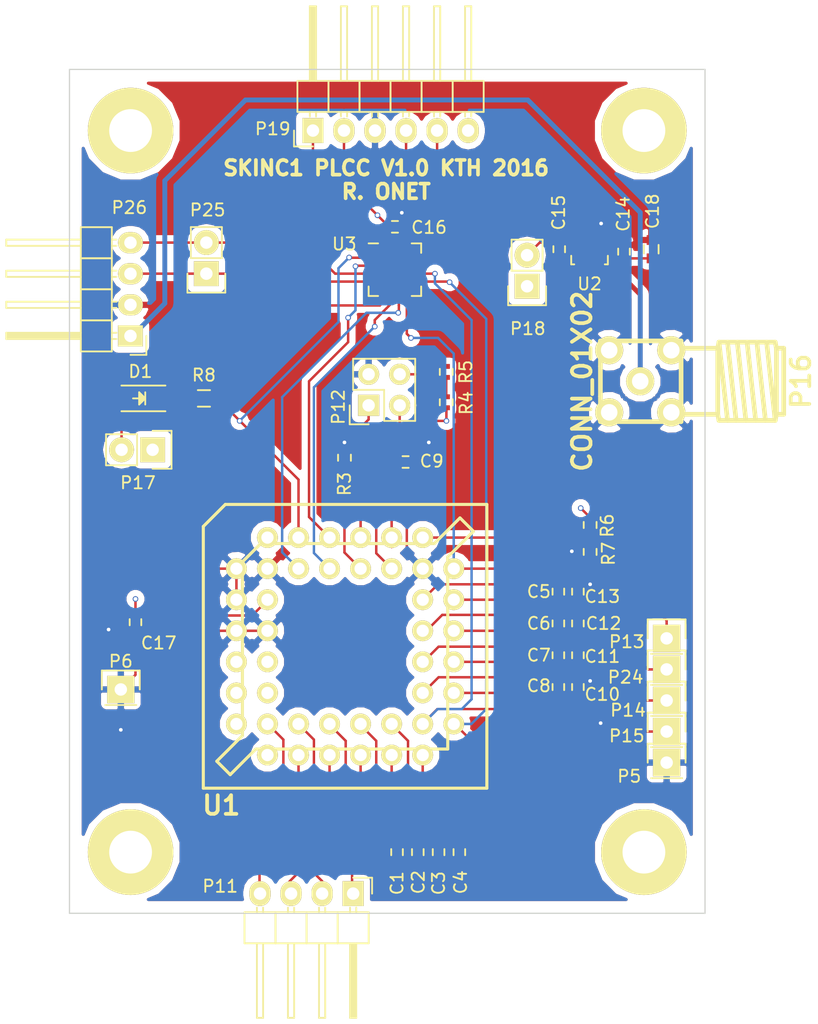
<source format=kicad_pcb>
(kicad_pcb (version 20160815) (host pcbnew no-vcs-found-undefined)
  (layers (0 F.Cu signal) (1 In1.Cu signal) (2 In2.Cu signal) (31 B.Cu signal) (35 F.Paste user) (37 F.SilkS user) (39 F.Mask user) (44 Edge.Cuts user))
  (net 0 "")
  (net 1 GND)
  (net 2 "Net-(C5-Pad2)")
  (net 3 "Net-(C6-Pad2)")
  (net 4 "Net-(C8-Pad2)")
  (net 5 +1V8)
  (net 6 "Net-(C10-Pad1)")
  (net 7 "Net-(C11-Pad1)")
  (net 8 "Net-(C12-Pad1)")
  (net 9 "Net-(C13-Pad1)")
  (net 10 "Net-(C15-Pad1)")
  (net 11 "Net-(D1-Pad2)")
  (net 12 "Net-(D1-Pad1)")
  (net 13 "Net-(P11-Pad1)")
  (net 14 "Net-(P11-Pad2)")
  (net 15 "Net-(P11-Pad3)")
  (net 16 "Net-(P11-Pad4)")
  (net 17 "Net-(P12-Pad1)")
  (net 18 "Net-(P12-Pad3)")
  (net 19 "Net-(P12-Pad4)")
  (net 20 /VREF_SE)
  (net 21 /VOUTP)
  (net 22 /VOUTN)
  (net 23 /MCLR)
  (net 24 /PGD)
  (net 25 /PGC)
  (net 26 "Net-(R3-Pad2)")
  (net 27 "Net-(R4-Pad2)")
  (net 28 /CFG_DAT)
  (net 29 /CFG_CLK)
  (net 30 /CLK_REF)
  (net 31 /VOUT_SE)
  (net 32 "Net-(C1-Pad2)")
  (net 33 "Net-(C1-Pad1)")
  (net 34 "Net-(C2-Pad1)")
  (net 35 "Net-(C3-Pad2)")
  (net 36 "Net-(C3-Pad1)")
  (net 37 "Net-(C4-Pad1)")
  (net 38 "Net-(C7-Pad2)")
  (net 39 /RESET_SKIN)
  (net 40 /3V)
  (net 41 /RX_DATA)
  (net 42 /TX_DATA)
  (module w_pth_plcc:plcc44_pth-skt (layer F.Cu) (at 123.55 97.17 180)
    (fp_text reference U1 (at 10.128 -13.01 180) (layer F.SilkS) (effects (font (thickness 0.3048))))
    (fp_text value SKINC2016_PLCC hide)
    (pad 44 thru_hole circle (at -1.27 8.89 180) (size 1.69926 1.69926) (drill 1.00076) (layers *.Cu *.Mask F.SilkS) (net 17 "Net-(P12-Pad1)"))
    (pad 43 thru_hole circle (at -3.81 6.35 180) (size 1.69926 1.69926) (drill 1.00076) (layers *.Cu *.Mask F.SilkS) (net 18 "Net-(P12-Pad3)"))
    (pad 42 thru_hole circle (at -3.81 8.89 180) (size 1.69926 1.69926) (drill 1.00076) (layers *.Cu *.Mask F.SilkS) (net 5 +1V8))
    (pad 41 thru_hole circle (at -6.35 6.35 180) (size 1.69926 1.69926) (drill 1.00076) (layers *.Cu *.Mask F.SilkS) (net 1 GND))
    (pad 40 thru_hole circle (at -6.35 8.89 180) (size 1.69926 1.69926) (drill 1.00076) (layers *.Cu *.Mask F.SilkS) (net 20 /VREF_SE))
    (pad 39 thru_hole circle (at -8.89 6.35 180) (size 1.69926 1.69926) (drill 1.00076) (layers *.Cu *.Mask F.SilkS) (net 31 /VOUT_SE))
    (pad 38 thru_hole circle (at -6.35 3.81 180) (size 1.69926 1.69926) (drill 1.00076) (layers *.Cu *.Mask F.SilkS) (net 2 "Net-(C5-Pad2)"))
    (pad 37 thru_hole circle (at -8.89 3.81 180) (size 1.69926 1.69926) (drill 1.00076) (layers *.Cu *.Mask F.SilkS) (net 9 "Net-(C13-Pad1)"))
    (pad 36 thru_hole circle (at -6.35 1.27 180) (size 1.69926 1.69926) (drill 1.00076) (layers *.Cu *.Mask F.SilkS) (net 3 "Net-(C6-Pad2)"))
    (pad 35 thru_hole circle (at -8.89 1.27 180) (size 1.69926 1.69926) (drill 1.00076) (layers *.Cu *.Mask F.SilkS) (net 8 "Net-(C12-Pad1)"))
    (pad 34 thru_hole circle (at -6.35 -1.27 180) (size 1.69926 1.69926) (drill 1.00076) (layers *.Cu *.Mask F.SilkS) (net 38 "Net-(C7-Pad2)"))
    (pad 33 thru_hole circle (at -8.89 -1.27 180) (size 1.69926 1.69926) (drill 1.00076) (layers *.Cu *.Mask F.SilkS) (net 7 "Net-(C11-Pad1)"))
    (pad 31 thru_hole circle (at -8.89 -3.81 180) (size 1.69926 1.69926) (drill 1.00076) (layers *.Cu *.Mask F.SilkS) (net 6 "Net-(C10-Pad1)"))
    (pad 30 thru_hole circle (at -6.35 -6.35 180) (size 1.69926 1.69926) (drill 1.00076) (layers *.Cu *.Mask F.SilkS) (net 21 /VOUTP))
    (pad 29 thru_hole circle (at -8.89 -6.35 180) (size 1.69926 1.69926) (drill 1.00076) (layers *.Cu *.Mask F.SilkS) (net 22 /VOUTN))
    (pad 28 thru_hole circle (at -6.35 -8.89 180) (size 1.69926 1.69926) (drill 1.00076) (layers *.Cu *.Mask F.SilkS) (net 37 "Net-(C4-Pad1)"))
    (pad 32 thru_hole circle (at -6.35 -3.81 180) (size 1.69926 1.69926) (drill 1.00076) (layers *.Cu *.Mask F.SilkS) (net 4 "Net-(C8-Pad2)"))
    (pad 27 thru_hole circle (at -3.81 -6.35 180) (size 1.69926 1.69926) (drill 1.00076) (layers *.Cu *.Mask F.SilkS) (net 36 "Net-(C3-Pad1)"))
    (pad 26 thru_hole circle (at -3.81 -8.89 180) (size 1.69926 1.69926) (drill 1.00076) (layers *.Cu *.Mask F.SilkS) (net 35 "Net-(C3-Pad2)"))
    (pad 25 thru_hole circle (at -1.27 -6.35 180) (size 1.69926 1.69926) (drill 1.00076) (layers *.Cu *.Mask F.SilkS) (net 34 "Net-(C2-Pad1)"))
    (pad 24 thru_hole circle (at -1.27 -8.89 180) (size 1.69926 1.69926) (drill 1.00076) (layers *.Cu *.Mask F.SilkS) (net 33 "Net-(C1-Pad1)"))
    (pad 23 thru_hole circle (at 1.27 -6.35 180) (size 1.69926 1.69926) (drill 1.00076) (layers *.Cu *.Mask F.SilkS) (net 32 "Net-(C1-Pad2)"))
    (pad 22 thru_hole circle (at 1.27 -8.89 180) (size 1.69926 1.69926) (drill 1.00076) (layers *.Cu *.Mask F.SilkS) (net 13 "Net-(P11-Pad1)"))
    (pad 21 thru_hole circle (at 3.81 -6.35 180) (size 1.69926 1.69926) (drill 1.00076) (layers *.Cu *.Mask F.SilkS) (net 14 "Net-(P11-Pad2)"))
    (pad 20 thru_hole circle (at 3.81 -8.89 180) (size 1.69926 1.69926) (drill 1.00076) (layers *.Cu *.Mask F.SilkS) (net 15 "Net-(P11-Pad3)"))
    (pad 19 thru_hole circle (at 6.35 -6.35 180) (size 1.69926 1.69926) (drill 1.00076) (layers *.Cu *.Mask F.SilkS) (net 16 "Net-(P11-Pad4)"))
    (pad 18 thru_hole circle (at 6.35 -8.89 180) (size 1.69926 1.69926) (drill 1.00076) (layers *.Cu *.Mask F.SilkS))
    (pad 17 thru_hole circle (at 8.89 -6.35 180) (size 1.69926 1.69926) (drill 1.00076) (layers *.Cu *.Mask F.SilkS))
    (pad 16 thru_hole circle (at 6.35 -3.81 180) (size 1.69926 1.69926) (drill 1.00076) (layers *.Cu *.Mask F.SilkS))
    (pad 15 thru_hole circle (at 8.89 -3.81 180) (size 1.69926 1.69926) (drill 1.00076) (layers *.Cu *.Mask F.SilkS))
    (pad 14 thru_hole circle (at 6.35 -1.27 180) (size 1.69926 1.69926) (drill 1.00076) (layers *.Cu *.Mask F.SilkS))
    (pad 13 thru_hole circle (at 8.89 -1.27 180) (size 1.69926 1.69926) (drill 1.00076) (layers *.Cu *.Mask F.SilkS))
    (pad 12 thru_hole circle (at 6.35 1.27 180) (size 1.69926 1.69926) (drill 1.00076) (layers *.Cu *.Mask F.SilkS) (net 1 GND))
    (pad 11 thru_hole circle (at 8.89 1.27 180) (size 1.69926 1.69926) (drill 1.00076) (layers *.Cu *.Mask F.SilkS) (net 1 GND))
    (pad 10 thru_hole circle (at 6.35 3.81 180) (size 1.69926 1.69926) (drill 1.00076) (layers *.Cu *.Mask F.SilkS) (net 5 +1V8))
    (pad 9 thru_hole circle (at 8.89 3.81 180) (size 1.69926 1.69926) (drill 1.00076) (layers *.Cu *.Mask F.SilkS) (net 1 GND))
    (pad 8 thru_hole circle (at 6.35 6.35 180) (size 1.69926 1.69926) (drill 1.00076) (layers *.Cu *.Mask F.SilkS) (net 1 GND))
    (pad 7 thru_hole circle (at 8.89 6.35 180) (size 1.69926 1.69926) (drill 1.00076) (layers *.Cu *.Mask F.SilkS) (net 1 GND))
    (pad 6 thru_hole circle (at 6.35 8.89 180) (size 1.69926 1.69926) (drill 1.00076) (layers *.Cu *.Mask F.SilkS) (net 5 +1V8))
    (pad 5 thru_hole circle (at 3.81 6.35 180) (size 1.69926 1.69926) (drill 1.00076) (layers *.Cu *.Mask F.SilkS) (net 28 /CFG_DAT))
    (pad 4 thru_hole circle (at 3.81 8.89 180) (size 1.69926 1.69926) (drill 1.00076) (layers *.Cu *.Mask F.SilkS) (net 39 /RESET_SKIN))
    (pad 3 thru_hole circle (at 1.27 6.35 180) (size 1.69926 1.69926) (drill 1.00076) (layers *.Cu *.Mask F.SilkS) (net 29 /CFG_CLK))
    (pad 1 thru_hole circle (at -1.27 6.35 180) (size 1.69926 1.69926) (drill 1.00076) (layers *.Cu *.Mask F.SilkS) (net 26 "Net-(R3-Pad2)"))
    (pad 2 thru_hole circle (at 1.27 8.89 180) (size 1.69926 1.69926) (drill 1.00076) (layers *.Cu *.Mask F.SilkS) (net 30 /CLK_REF))
  )
  (module Capacitors_SMD:C_0402 (layer F.Cu) (at 127.63 62.87)
    (fp_text reference C16 (at 2.79 0.05) (layer F.SilkS))
    (fp_text value 0.1U)
    (pad 2 smd rect (at 0.55 0) (size 0.6 0.5) (layers F.Cu F.Paste F.Mask) (net 1 GND))
    (pad 1 smd rect (at -0.55 0) (size 0.6 0.5) (layers F.Cu F.Paste F.Mask) (net 5 +1V8))
  )
  (module Capacitors_SMD:C_0402 (layer F.Cu) (at 127.8 114 270)
    (fp_text reference C1 (at 2.54 0 270) (layer F.SilkS))
    (fp_text value 1.5n)
    (pad 1 smd rect (at -0.55 0 270) (size 0.6 0.5) (layers F.Cu F.Paste F.Mask) (net 33 "Net-(C1-Pad1)"))
    (pad 2 smd rect (at 0.55 0 270) (size 0.6 0.5) (layers F.Cu F.Paste F.Mask) (net 32 "Net-(C1-Pad2)"))
  )
  (module Capacitors_SMD:C_0402 (layer F.Cu) (at 131.2 114 270)
    (fp_text reference C3 (at 2.54 0 270) (layer F.SilkS))
    (fp_text value 1.5n)
    (pad 2 smd rect (at 0.55 0 270) (size 0.6 0.5) (layers F.Cu F.Paste F.Mask) (net 35 "Net-(C3-Pad2)"))
    (pad 1 smd rect (at -0.55 0 270) (size 0.6 0.5) (layers F.Cu F.Paste F.Mask) (net 36 "Net-(C3-Pad1)"))
  )
  (module Capacitors_SMD:C_0402 (layer F.Cu) (at 141 92.7 90)
    (fp_text reference C5 (at 0 -1.6 180) (layer F.SilkS))
    (fp_text value 470p)
    (pad 2 smd rect (at 0.55 0 90) (size 0.6 0.5) (layers F.Cu F.Paste F.Mask) (net 2 "Net-(C5-Pad2)"))
    (pad 1 smd rect (at -0.55 0 90) (size 0.6 0.5) (layers F.Cu F.Paste F.Mask) (net 9 "Net-(C13-Pad1)"))
  )
  (module Capacitors_SMD:C_0402 (layer F.Cu) (at 141 95.3 90)
    (fp_text reference C6 (at 0 -1.6 180) (layer F.SilkS))
    (fp_text value 470p)
    (pad 2 smd rect (at 0.55 0 90) (size 0.6 0.5) (layers F.Cu F.Paste F.Mask) (net 3 "Net-(C6-Pad2)"))
    (pad 1 smd rect (at -0.55 0 90) (size 0.6 0.5) (layers F.Cu F.Paste F.Mask) (net 8 "Net-(C12-Pad1)"))
  )
  (module Capacitors_SMD:C_0402 (layer F.Cu) (at 141 97.9 90)
    (fp_text reference C7 (at 0 -1.6 180) (layer F.SilkS))
    (fp_text value 470p)
    (pad 2 smd rect (at 0.55 0 90) (size 0.6 0.5) (layers F.Cu F.Paste F.Mask) (net 38 "Net-(C7-Pad2)"))
    (pad 1 smd rect (at -0.55 0 90) (size 0.6 0.5) (layers F.Cu F.Paste F.Mask) (net 7 "Net-(C11-Pad1)"))
  )
  (module Capacitors_SMD:C_0402 (layer F.Cu) (at 141 100.5 90)
    (fp_text reference C8 (at 0.1 -1.6 180) (layer F.SilkS))
    (fp_text value 470p)
    (pad 2 smd rect (at 0.55 0 90) (size 0.6 0.5) (layers F.Cu F.Paste F.Mask) (net 4 "Net-(C8-Pad2)"))
    (pad 1 smd rect (at -0.55 0 90) (size 0.6 0.5) (layers F.Cu F.Paste F.Mask) (net 6 "Net-(C10-Pad1)"))
  )
  (module Capacitors_SMD:C_0402 (layer F.Cu) (at 128.5 82.1)
    (fp_text reference C9 (at 2.14 -0.07) (layer F.SilkS))
    (fp_text value 0.1U)
    (pad 2 smd rect (at 0.55 0) (size 0.6 0.5) (layers F.Cu F.Paste F.Mask) (net 1 GND))
    (pad 1 smd rect (at -0.55 0) (size 0.6 0.5) (layers F.Cu F.Paste F.Mask) (net 5 +1V8))
  )
  (module Capacitors_SMD:C_0402 (layer F.Cu) (at 142.6 100.5 90)
    (fp_text reference C10 (at -0.6 2 180) (layer F.SilkS))
    (fp_text value 470p)
    (pad 2 smd rect (at 0.55 0 90) (size 0.6 0.5) (layers F.Cu F.Paste F.Mask) (net 1 GND))
    (pad 1 smd rect (at -0.55 0 90) (size 0.6 0.5) (layers F.Cu F.Paste F.Mask) (net 6 "Net-(C10-Pad1)"))
  )
  (module Capacitors_SMD:C_0402 (layer F.Cu) (at 142.6 97.9 90)
    (fp_text reference C11 (at -0.1 2 180) (layer F.SilkS))
    (fp_text value 470p)
    (pad 2 smd rect (at 0.55 0 90) (size 0.6 0.5) (layers F.Cu F.Paste F.Mask) (net 1 GND))
    (pad 1 smd rect (at -0.55 0 90) (size 0.6 0.5) (layers F.Cu F.Paste F.Mask) (net 7 "Net-(C11-Pad1)"))
  )
  (module Capacitors_SMD:C_0402 (layer F.Cu) (at 142.6 95.3 90)
    (fp_text reference C12 (at 0 2.1 180) (layer F.SilkS))
    (fp_text value 470p)
    (pad 2 smd rect (at 0.55 0 90) (size 0.6 0.5) (layers F.Cu F.Paste F.Mask) (net 1 GND))
    (pad 1 smd rect (at -0.55 0 90) (size 0.6 0.5) (layers F.Cu F.Paste F.Mask) (net 8 "Net-(C12-Pad1)"))
  )
  (module Capacitors_SMD:C_0402 (layer F.Cu) (at 142.6 92.7 90)
    (fp_text reference C13 (at -0.4 2 180) (layer F.SilkS))
    (fp_text value 470p)
    (pad 2 smd rect (at 0.55 0 90) (size 0.6 0.5) (layers F.Cu F.Paste F.Mask) (net 1 GND))
    (pad 1 smd rect (at -0.55 0 90) (size 0.6 0.5) (layers F.Cu F.Paste F.Mask) (net 9 "Net-(C13-Pad1)"))
  )
  (module Capacitors_SMD:C_0402 (layer F.Cu) (at 146.369903 64.901733 90)
    (fp_text reference C14 (at 3.081733 -0.059903 90) (layer F.SilkS))
    (fp_text value 1u)
    (pad 2 smd rect (at 0.55 0 90) (size 0.6 0.5) (layers F.Cu F.Paste F.Mask) (net 1 GND))
    (pad 1 smd rect (at -0.55 0 90) (size 0.6 0.5) (layers F.Cu F.Paste F.Mask) (net 40 /3V))
  )
  (module Capacitors_SMD:C_0402 (layer F.Cu) (at 141.069903 64.701733 270)
    (fp_text reference C15 (at -2.991733 0.049903 270) (layer F.SilkS))
    (fp_text value 1u)
    (pad 2 smd rect (at 0.55 0 270) (size 0.6 0.5) (layers F.Cu F.Paste F.Mask) (net 1 GND))
    (pad 1 smd rect (at -0.55 0 270) (size 0.6 0.5) (layers F.Cu F.Paste F.Mask) (net 10 "Net-(C15-Pad1)"))
  )
  (module LEDs:LED_1206 (layer F.Cu) (at 106.7 76.9 180)
    (fp_text reference D1 (at -0.1 2.2 180) (layer F.SilkS))
    (fp_text value LED)
    (pad 1 smd rect (at -1.41986 0) (size 1.59766 1.80086) (layers F.Cu F.Paste F.Mask) (net 12 "Net-(D1-Pad1)"))
    (pad 2 smd rect (at 1.41986 0) (size 1.59766 1.80086) (layers F.Cu F.Paste F.Mask) (net 11 "Net-(D1-Pad2)"))
  )
  (module Pin_Headers:Pin_Header_Straight_1x01 (layer F.Cu) (at 149.86 106.68)
    (fp_text reference P5 (at -3.06 1.12) (layer F.SilkS))
    (fp_text value CONN_01X01)
    (pad 1 thru_hole rect (at 0 0) (size 2.2352 2.2352) (drill 1.016) (layers *.Cu *.Mask F.SilkS) (net 1 GND))
  )
  (module Pin_Headers:Pin_Header_Straight_1x01 (layer F.Cu) (at 105.2 100.7)
    (fp_text reference P6 (at 0 -2.3) (layer F.SilkS))
    (fp_text value CONN_01X01)
    (pad 1 thru_hole rect (at 0 0) (size 2.2352 2.2352) (drill 1.016) (layers *.Cu *.Mask F.SilkS) (net 1 GND))
  )
  (module Pin_Headers:Pin_Header_Angled_1x04 (layer F.Cu) (at 124.21 117.39 270)
    (fp_text reference P11 (at -0.6 10.88) (layer F.SilkS))
    (fp_text value CONN_01X04)
    (pad 4 thru_hole oval (at 0 7.62 270) (size 2.032 1.7272) (drill 1.016) (layers *.Cu *.Mask F.SilkS) (net 16 "Net-(P11-Pad4)"))
    (pad 3 thru_hole oval (at 0 5.08 270) (size 2.032 1.7272) (drill 1.016) (layers *.Cu *.Mask F.SilkS) (net 15 "Net-(P11-Pad3)"))
    (pad 2 thru_hole oval (at 0 2.54 270) (size 2.032 1.7272) (drill 1.016) (layers *.Cu *.Mask F.SilkS) (net 14 "Net-(P11-Pad2)"))
    (pad 1 thru_hole rect (at 0 0 270) (size 2.032 1.7272) (drill 1.016) (layers *.Cu *.Mask F.SilkS) (net 13 "Net-(P11-Pad1)"))
  )
  (module Pin_Headers:Pin_Header_Straight_2x02 (layer F.Cu) (at 125.476 77.47 90)
    (fp_text reference P12 (at -0.13 -2.476 90) (layer F.SilkS))
    (fp_text value CONN_02X02)
    (pad 4 thru_hole oval (at 2.54 2.54 90) (size 1.7272 1.7272) (drill 1.016) (layers *.Cu *.Mask F.SilkS) (net 19 "Net-(P12-Pad4)"))
    (pad 3 thru_hole oval (at 0 2.54 90) (size 1.7272 1.7272) (drill 1.016) (layers *.Cu *.Mask F.SilkS) (net 18 "Net-(P12-Pad3)"))
    (pad 2 thru_hole oval (at 2.54 0 90) (size 1.7272 1.7272) (drill 1.016) (layers *.Cu *.Mask F.SilkS) (net 1 GND))
    (pad 1 thru_hole rect (at 0 0 90) (size 1.7272 1.7272) (drill 1.016) (layers *.Cu *.Mask F.SilkS) (net 17 "Net-(P12-Pad1)"))
  )
  (module Pin_Headers:Pin_Header_Straight_1x01 (layer F.Cu) (at 149.86 96.52)
    (fp_text reference P13 (at -3.26 0.28) (layer F.SilkS))
    (fp_text value CONN_01X01)
    (pad 1 thru_hole rect (at 0 0) (size 2.2352 2.2352) (drill 1.016) (layers *.Cu *.Mask F.SilkS) (net 20 /VREF_SE))
  )
  (module Pin_Headers:Pin_Header_Straight_1x01 (layer F.Cu) (at 149.86 101.6)
    (fp_text reference P14 (at -3.16 0.8) (layer F.SilkS))
    (fp_text value CONN_01X01)
    (pad 1 thru_hole rect (at 0 0) (size 2.2352 2.2352) (drill 1.016) (layers *.Cu *.Mask F.SilkS) (net 21 /VOUTP))
  )
  (module Pin_Headers:Pin_Header_Straight_1x01 (layer F.Cu) (at 149.86 104.14)
    (fp_text reference P15 (at -3.26 0.36) (layer F.SilkS))
    (fp_text value CONN_01X01)
    (pad 1 thru_hole rect (at 0 0) (size 2.2352 2.2352) (drill 1.016) (layers *.Cu *.Mask F.SilkS) (net 22 /VOUTN))
  )
  (module Pin_Headers:Pin_Header_Straight_1x02 (layer F.Cu) (at 107.8 81.1 270)
    (fp_text reference P17 (at 2.7 1.2) (layer F.SilkS))
    (fp_text value CONN_01X02)
    (pad 2 thru_hole oval (at 0 2.54 270) (size 2.032 2.032) (drill 1.016) (layers *.Cu *.Mask F.SilkS) (net 11 "Net-(D1-Pad2)"))
    (pad 1 thru_hole rect (at 0 0 270) (size 2.032 2.032) (drill 1.016) (layers *.Cu *.Mask F.SilkS) (net 5 +1V8))
  )
  (module Pin_Headers:Pin_Header_Straight_1x02 (layer F.Cu) (at 138.440756 67.73152 180)
    (fp_text reference P18 (at -0.059244 -3.46848 180) (layer F.SilkS))
    (fp_text value CONN_01X02)
    (pad 2 thru_hole oval (at 0 2.54 180) (size 2.032 2.032) (drill 1.016) (layers *.Cu *.Mask F.SilkS) (net 10 "Net-(C15-Pad1)"))
    (pad 1 thru_hole rect (at 0 0 180) (size 2.032 2.032) (drill 1.016) (layers *.Cu *.Mask F.SilkS) (net 5 +1V8))
  )
  (module Pin_Headers:Pin_Header_Angled_1x06 (layer F.Cu) (at 120.92 55 90)
    (fp_text reference P19 (at 0.14 -3.29 180) (layer F.SilkS))
    (fp_text value CONN_01X06)
    (pad 6 thru_hole oval (at 0 12.7 90) (size 2.032 1.7272) (drill 1.016) (layers *.Cu *.Mask F.SilkS))
    (pad 5 thru_hole oval (at 0 10.16 90) (size 2.032 1.7272) (drill 1.016) (layers *.Cu *.Mask F.SilkS) (net 25 /PGC))
    (pad 4 thru_hole oval (at 0 7.62 90) (size 2.032 1.7272) (drill 1.016) (layers *.Cu *.Mask F.SilkS) (net 24 /PGD))
    (pad 3 thru_hole oval (at 0 5.08 90) (size 2.032 1.7272) (drill 1.016) (layers *.Cu *.Mask F.SilkS) (net 1 GND))
    (pad 2 thru_hole oval (at 0 2.54 90) (size 2.032 1.7272) (drill 1.016) (layers *.Cu *.Mask F.SilkS) (net 5 +1V8))
    (pad 1 thru_hole rect (at 0 0 90) (size 2.032 1.7272) (drill 1.016) (layers *.Cu *.Mask F.SilkS) (net 23 /MCLR))
  )
  (module Mounting_Holes:MountingHole_3.5mm_Pad (layer F.Cu) (at 106 114)
    (fp_text reference P20 (at -0.31 0.03) (layer F.SilkS))
    (fp_text value CONN_01X01)
    (pad 1 thru_hole circle (at 0 0) (size 7 7) (drill 3.5) (layers *.Cu *.Mask F.SilkS))
  )
  (module Mounting_Holes:MountingHole_3.5mm_Pad (layer F.Cu) (at 148 114)
    (fp_text reference P21 (at 0 0) (layer F.SilkS))
    (fp_text value CONN_01X01)
    (pad 1 thru_hole circle (at 0 0) (size 7 7) (drill 3.5) (layers *.Cu *.Mask F.SilkS))
  )
  (module Mounting_Holes:MountingHole_3.5mm_Pad (layer F.Cu) (at 106 55)
    (fp_text reference P22 (at 0 0) (layer F.SilkS))
    (fp_text value CONN_01X01)
    (pad 1 thru_hole circle (at 0 0) (size 7 7) (drill 3.5) (layers *.Cu *.Mask F.SilkS))
  )
  (module Mounting_Holes:MountingHole_3.5mm_Pad (layer F.Cu) (at 148 55)
    (fp_text reference P23 (at 0 0) (layer F.SilkS))
    (fp_text value CONN_01X01)
    (pad 1 thru_hole circle (at 0 0) (size 7 7) (drill 3.5) (layers *.Cu *.Mask F.SilkS))
  )
  (module Resistors_SMD:R_0402 (layer F.Cu) (at 123.5 81.75 270)
    (fp_text reference R3 (at 2.15 0 270) (layer F.SilkS))
    (fp_text value 1M)
    (pad 2 smd rect (at 0.45 0 270) (size 0.4 0.6) (layers F.Cu F.Paste F.Mask) (net 26 "Net-(R3-Pad2)"))
    (pad 1 smd rect (at -0.45 0 270) (size 0.4 0.6) (layers F.Cu F.Paste F.Mask) (net 1 GND))
  )
  (module Resistors_SMD:R_0402 (layer F.Cu) (at 131.826 77.216 90)
    (fp_text reference R4 (at -0.064 1.634 90) (layer F.SilkS))
    (fp_text value R_Small)
    (pad 2 smd rect (at 0.45 0 90) (size 0.4 0.6) (layers F.Cu F.Paste F.Mask) (net 27 "Net-(R4-Pad2)"))
    (pad 1 smd rect (at -0.45 0 90) (size 0.4 0.6) (layers F.Cu F.Paste F.Mask) (net 5 +1V8))
  )
  (module Resistors_SMD:R_0402 (layer F.Cu) (at 131.826 74.734 90)
    (fp_text reference R5 (at -0.006 1.604 90) (layer F.SilkS))
    (fp_text value R_Small)
    (pad 2 smd rect (at 0.45 0 90) (size 0.4 0.6) (layers F.Cu F.Paste F.Mask) (net 19 "Net-(P12-Pad4)"))
    (pad 1 smd rect (at -0.45 0 90) (size 0.4 0.6) (layers F.Cu F.Paste F.Mask) (net 27 "Net-(R4-Pad2)"))
  )
  (module Resistors_SMD:R_0402 (layer F.Cu) (at 143.6 87.25 270)
    (fp_text reference R6 (at 0.05 -1.4 270) (layer F.SilkS))
    (fp_text value 100k)
    (pad 2 smd rect (at 0.45 0 270) (size 0.4 0.6) (layers F.Cu F.Paste F.Mask) (net 20 /VREF_SE))
    (pad 1 smd rect (at -0.45 0 270) (size 0.4 0.6) (layers F.Cu F.Paste F.Mask) (net 5 +1V8))
  )
  (module Resistors_SMD:R_0402 (layer F.Cu) (at 143.6 89.45 270)
    (fp_text reference R7 (at 0.15 -1.5 270) (layer F.SilkS))
    (fp_text value 100k)
    (pad 2 smd rect (at 0.45 0 270) (size 0.4 0.6) (layers F.Cu F.Paste F.Mask) (net 1 GND))
    (pad 1 smd rect (at -0.45 0 270) (size 0.4 0.6) (layers F.Cu F.Paste F.Mask) (net 20 /VREF_SE))
  )
  (module Resistors_SMD:R_0603 (layer F.Cu) (at 112 76.9)
    (fp_text reference R8 (at 0 -1.9) (layer F.SilkS))
    (fp_text value R)
    (pad 2 smd rect (at 0.75 0) (size 0.5 0.9) (layers F.Cu F.Paste F.Mask) (net 39 /RESET_SKIN))
    (pad 1 smd rect (at -0.75 0) (size 0.5 0.9) (layers F.Cu F.Paste F.Mask) (net 12 "Net-(D1-Pad1)"))
  )
  (module TO_SOT_Packages_SMD:SOT-23 (layer F.Cu) (at 143.550756 65.28952 180)
    (fp_text reference U2 (at 0 -2.25 180) (layer F.SilkS))
    (fp_text value MCP1702_SOT23)
    (pad 3 smd rect (at 0 -0.99822 180) (size 0.8001 0.8001) (layers F.Cu F.Paste F.Mask) (net 40 /3V))
    (pad 2 smd rect (at 0.95 1.00076 180) (size 0.8001 0.8001) (layers F.Cu F.Paste F.Mask) (net 10 "Net-(C15-Pad1)"))
    (pad 1 smd rect (at -0.95 1.00076 180) (size 0.8001 0.8001) (layers F.Cu F.Paste F.Mask) (net 1 GND))
  )
  (module Housings_DFN_QFN:QFN-16-1EP_4x4mm_Pitch0.65mm (layer F.Cu) (at 127.625 66.375)
    (fp_text reference U3 (at -4.14 -2.1) (layer F.SilkS))
    (fp_text value PIC16LF1823_QFN)
    (pad 17 smd rect (at -0.625 -0.625) (size 1.25 1.25) (layers F.Cu F.Paste F.Mask))
    (pad 17 smd rect (at -0.625 0.625) (size 1.25 1.25) (layers F.Cu F.Paste F.Mask))
    (pad 17 smd rect (at 0.625 -0.625) (size 1.25 1.25) (layers F.Cu F.Paste F.Mask))
    (pad 17 smd rect (at 0.625 0.625) (size 1.25 1.25) (layers F.Cu F.Paste F.Mask))
    (pad 16 smd rect (at -0.975 -2 90) (size 0.8 0.35) (layers F.Cu F.Paste F.Mask) (net 5 +1V8))
    (pad 15 smd rect (at -0.325 -2 90) (size 0.8 0.35) (layers F.Cu F.Paste F.Mask))
    (pad 14 smd rect (at 0.325 -2 90) (size 0.8 0.35) (layers F.Cu F.Paste F.Mask))
    (pad 13 smd rect (at 0.975 -2 90) (size 0.8 0.35) (layers F.Cu F.Paste F.Mask) (net 1 GND))
    (pad 12 smd rect (at 2 -0.975) (size 0.8 0.35) (layers F.Cu F.Paste F.Mask) (net 24 /PGD))
    (pad 11 smd rect (at 2 -0.325) (size 0.8 0.35) (layers F.Cu F.Paste F.Mask) (net 25 /PGC))
    (pad 10 smd rect (at 2 0.325) (size 0.8 0.35) (layers F.Cu F.Paste F.Mask) (net 21 /VOUTP))
    (pad 9 smd rect (at 2 0.975) (size 0.8 0.35) (layers F.Cu F.Paste F.Mask) (net 22 /VOUTN))
    (pad 8 smd rect (at 0.975 2 90) (size 0.8 0.35) (layers F.Cu F.Paste F.Mask) (net 31 /VOUT_SE))
    (pad 7 smd rect (at 0.325 2 90) (size 0.8 0.35) (layers F.Cu F.Paste F.Mask) (net 28 /CFG_DAT))
    (pad 6 smd rect (at -0.325 2 90) (size 0.8 0.35) (layers F.Cu F.Paste F.Mask) (net 29 /CFG_CLK))
    (pad 5 smd rect (at -0.975 2 90) (size 0.8 0.35) (layers F.Cu F.Paste F.Mask) (net 42 /TX_DATA))
    (pad 4 smd rect (at -2 0.975) (size 0.8 0.35) (layers F.Cu F.Paste F.Mask) (net 41 /RX_DATA))
    (pad 3 smd rect (at -2 0.325) (size 0.8 0.35) (layers F.Cu F.Paste F.Mask) (net 23 /MCLR))
    (pad 2 smd rect (at -2 -0.325) (size 0.8 0.35) (layers F.Cu F.Paste F.Mask) (net 30 /CLK_REF))
    (pad 1 smd rect (at -2 -0.975) (size 0.8 0.35) (layers F.Cu F.Paste F.Mask) (net 39 /RESET_SKIN))
  )
  (module Pin_Headers:Pin_Header_Straight_1x01 (layer F.Cu) (at 149.86 99.06)
    (fp_text reference P24 (at -3.36 0.64) (layer F.SilkS))
    (fp_text value CONN_01X01)
    (pad 1 thru_hole rect (at 0 0) (size 2.2352 2.2352) (drill 1.016) (layers *.Cu *.Mask F.SilkS) (net 31 /VOUT_SE))
  )
  (module Capacitors_SMD:C_0402 (layer F.Cu) (at 129.5 114 270)
    (fp_text reference C2 (at 2.46 -0.04 270) (layer F.SilkS))
    (fp_text value 1.5n)
    (pad 2 smd rect (at 0.55 0 270) (size 0.6 0.5) (layers F.Cu F.Paste F.Mask) (net 32 "Net-(C1-Pad2)"))
    (pad 1 smd rect (at -0.55 0 270) (size 0.6 0.5) (layers F.Cu F.Paste F.Mask) (net 34 "Net-(C2-Pad1)"))
  )
  (module Capacitors_SMD:C_0402 (layer F.Cu) (at 132.9 114 270)
    (fp_text reference C4 (at 2.46 -0.1 270) (layer F.SilkS))
    (fp_text value 1.5n)
    (pad 1 smd rect (at -0.55 0 270) (size 0.6 0.5) (layers F.Cu F.Paste F.Mask) (net 37 "Net-(C4-Pad1)"))
    (pad 2 smd rect (at 0.55 0 270) (size 0.6 0.5) (layers F.Cu F.Paste F.Mask) (net 35 "Net-(C3-Pad2)"))
  )
  (module Capacitors_SMD:C_0402 (layer F.Cu) (at 106.4 95.2 270)
    (fp_text reference C17 (at 1.7 -1.9 360) (layer F.SilkS))
    (fp_text value 0.1U)
    (pad 2 smd rect (at 0.55 0 270) (size 0.6 0.5) (layers F.Cu F.Paste F.Mask) (net 1 GND))
    (pad 1 smd rect (at -0.55 0 270) (size 0.6 0.5) (layers F.Cu F.Paste F.Mask) (net 5 +1V8))
  )
  (module Capacitors_SMD:C_0603 (layer F.Cu) (at 148.6 64.7 90)
    (fp_text reference C18 (at 3.1 0.1 90) (layer F.SilkS))
    (fp_text value Caux)
    (pad 2 smd rect (at 0.75 0 90) (size 0.8 0.75) (layers F.Cu F.Paste F.Mask) (net 1 GND))
    (pad 1 smd rect (at -0.75 0 90) (size 0.8 0.75) (layers F.Cu F.Paste F.Mask) (net 40 /3V))
  )
  (module w_conn_rf:sma_90_r300.124.403 (layer F.Cu) (at 151.9418 75.5 90)
    (fp_text reference P16 (at 0 8.9 90) (layer F.SilkS) (effects (font (thickness 0.3048))))
    (fp_text value CONN_01X02 (at 0 -9 90) (layer F.SilkS) (effects (font (thickness 0.3048))))
    (pad 1 thru_hole circle (at 0 -4.2418 90) (size 2.3 2.3) (drill 1.35) (layers *.Cu *.Mask F.SilkS) (net 40 /3V))
    (pad 2 thru_hole circle (at 2.54 -6.7818 90) (size 2.3 2.3) (drill 1.35) (layers *.Cu *.Mask F.SilkS) (net 1 GND))
    (pad 2 thru_hole circle (at -2.54 -6.7818 90) (size 2.3 2.3) (drill 1.35) (layers *.Cu *.Mask F.SilkS) (net 1 GND))
    (pad 2 thru_hole circle (at -2.54 -1.7018 90) (size 2.3 2.3) (drill 1.35) (layers *.Cu *.Mask F.SilkS) (net 1 GND))
    (pad 2 thru_hole circle (at 2.54 -1.7018 90) (size 2.3 2.3) (drill 1.35) (layers *.Cu *.Mask F.SilkS) (net 1 GND))
  )
  (module Pin_Headers:Pin_Header_Straight_1x02 (layer F.Cu) (at 112.2 66.7 180)
    (fp_text reference P25 (at -0.1 5.2 180) (layer F.SilkS))
    (fp_text value CONN_01X02)
    (pad 2 thru_hole oval (at 0 2.54 180) (size 2.032 2.032) (drill 1.016) (layers *.Cu *.Mask F.SilkS) (net 41 /RX_DATA))
    (pad 1 thru_hole rect (at 0 0 180) (size 2.032 2.032) (drill 1.016) (layers *.Cu *.Mask F.SilkS) (net 42 /TX_DATA))
  )
  (module Pin_Headers:Pin_Header_Angled_1x04 (layer F.Cu) (at 105.99 71.79 180)
    (fp_text reference P26 (at 0.09 10.49 180) (layer F.SilkS))
    (fp_text value CONN_01X04)
    (pad 4 thru_hole oval (at 0 7.62 180) (size 2.032 1.7272) (drill 1.016) (layers *.Cu *.Mask F.SilkS) (net 41 /RX_DATA))
    (pad 3 thru_hole oval (at 0 5.08 180) (size 2.032 1.7272) (drill 1.016) (layers *.Cu *.Mask F.SilkS) (net 42 /TX_DATA))
    (pad 2 thru_hole oval (at 0 2.54 180) (size 2.032 1.7272) (drill 1.016) (layers *.Cu *.Mask F.SilkS) (net 1 GND))
    (pad 1 thru_hole rect (at 0 0 180) (size 2.032 1.7272) (drill 1.016) (layers *.Cu *.Mask F.SilkS) (net 40 /3V))
  )
  (gr_text "SKINC1 PLCC V1.0 KTH 2016\nR. ONET" (at 126.91 59.03) (layer F.SilkS) (effects (font (size 1.2 1.2) (thickness 0.3))))
  (gr_line (start 101 50) (end 101 119) (layer Edge.Cuts) (width 0.1))
  (gr_line (start 153 50) (end 101 50) (layer Edge.Cuts) (width 0.1))
  (gr_line (start 153 119) (end 153 50) (layer Edge.Cuts) (width 0.1))
  (gr_line (start 101 119) (end 153 119) (layer Edge.Cuts) (width 0.1))
  (segment (start 144.500756 64.28876) (end 144.500756 62.600756) (width 0.2) (layer F.Cu) (net 1))
  (via (at 144.5 62.6) (size 0.46) (drill 0.3) (layers F.Cu B.Cu) (net 1))
  (segment (start 144.500756 62.600756) (end 144.5 62.6) (width 0.2) (layer F.Cu) (net 1))
  (segment (start 146.369903 64.351733) (end 147.248267 64.351733) (width 0.2) (layer F.Cu) (net 1))
  (segment (start 147.65 63.95) (end 148.6 63.95) (width 0.2) (layer F.Cu) (net 1))
  (segment (start 147.248267 64.351733) (end 147.65 63.95) (width 0.2) (layer F.Cu) (net 1))
  (segment (start 114.66 90.82) (end 106.58 90.82) (width 0.2) (layer F.Cu) (net 1))
  (segment (start 104.25 95.75) (end 104.2 95.8) (width 0.2) (layer F.Cu) (net 1))
  (via (at 104.2 95.8) (size 0.46) (drill 0.3) (layers F.Cu B.Cu) (net 1))
  (segment (start 104.25 95.75) (end 106.4 95.75) (width 0.2) (layer F.Cu) (net 1))
  (segment (start 104.2 93.2) (end 104.2 95.8) (width 0.2) (layer F.Cu) (net 1))
  (segment (start 106.58 90.82) (end 104.2 93.2) (width 0.2) (layer F.Cu) (net 1))
  (segment (start 114.66 95.9) (end 106.55 95.9) (width 0.2) (layer F.Cu) (net 1))
  (segment (start 106.55 95.9) (end 106.4 95.75) (width 0.2) (layer F.Cu) (net 1))
  (segment (start 105.2 100.7) (end 105.2 104) (width 0.2) (layer F.Cu) (net 1))
  (via (at 105.2 104) (size 0.46) (drill 0.3) (layers F.Cu B.Cu) (net 1))
  (segment (start 106.4 95.9) (end 106.4 99.5) (width 0.2) (layer F.Cu) (net 1))
  (segment (start 106.4 99.5) (end 105.2 100.7) (width 0.2) (layer F.Cu) (net 1))
  (segment (start 117.2 90.82) (end 114.66 93.36) (width 0.2) (layer F.Cu) (net 1))
  (segment (start 114.66 90.82) (end 114.66 93.36) (width 0.2) (layer F.Cu) (net 1))
  (segment (start 117.2 95.9) (end 114.66 95.9) (width 0.2) (layer F.Cu) (net 1))
  (segment (start 143.6 92.1) (end 143.6 94.8) (width 0.2) (layer F.Cu) (net 1))
  (segment (start 143.55 92.15) (end 142.6 92.15) (width 0.2) (layer F.Cu) (net 1))
  (segment (start 143.6 92.1) (end 143.55 92.15) (width 0.2) (layer F.Cu) (net 1))
  (via (at 143.6 92.1) (size 0.46) (drill 0.3) (layers F.Cu B.Cu) (net 1))
  (segment (start 142.6 89.9) (end 143.6 89.9) (width 0.2) (layer F.Cu) (net 1))
  (segment (start 142.1 89.4) (end 142.6 89.9) (width 0.2) (layer F.Cu) (net 1))
  (via (at 142.1 89.4) (size 0.46) (drill 0.3) (layers F.Cu B.Cu) (net 1))
  (segment (start 142.6 97.35) (end 143.6 97.35) (width 0.2) (layer F.Cu) (net 1))
  (segment (start 143.6 100) (end 143.6 97.35) (width 0.2) (layer F.Cu) (net 1))
  (segment (start 143.6 97.35) (end 143.6 94.8) (width 0.2) (layer F.Cu) (net 1))
  (segment (start 143.55 94.75) (end 142.6 94.75) (width 0.2) (layer F.Cu) (net 1))
  (segment (start 143.6 94.8) (end 143.55 94.75) (width 0.2) (layer F.Cu) (net 1))
  (segment (start 143.55 99.95) (end 142.6 99.95) (width 0.2) (layer F.Cu) (net 1))
  (segment (start 143.6 100) (end 143.55 99.95) (width 0.2) (layer F.Cu) (net 1))
  (via (at 143.6 100) (size 0.46) (drill 0.3) (layers F.Cu B.Cu) (net 1))
  (segment (start 130.4 80.5) (end 129.05 81.85) (width 0.2) (layer F.Cu) (net 1))
  (via (at 130.4 80.5) (size 0.46) (drill 0.3) (layers F.Cu B.Cu) (net 1))
  (segment (start 129.05 81.85) (end 129.05 82.1) (width 0.2) (layer F.Cu) (net 1))
  (segment (start 129.05 82.1) (end 129.05 83.55) (width 0.2) (layer F.Cu) (net 1))
  (segment (start 128.6 89.52) (end 129.9 90.82) (width 0.2) (layer F.Cu) (net 1))
  (segment (start 128.6 84) (end 128.6 89.52) (width 0.2) (layer F.Cu) (net 1))
  (segment (start 129.05 83.55) (end 128.6 84) (width 0.2) (layer F.Cu) (net 1))
  (via (at 123.5 80.5) (size 0.46) (drill 0.3) (layers F.Cu B.Cu) (net 1))
  (segment (start 123.5 80.46) (end 123.5 80.5) (width 0.2) (layer F.Cu) (net 1))
  (segment (start 123.5 80.5) (end 123.5 81.3) (width 0.2) (layer F.Cu) (net 1))
  (via (at 128.19 61.72) (size 0.46) (drill 0.3) (layers F.Cu B.Cu) (net 1))
  (segment (start 128.18 61.73) (end 128.19 61.72) (width 0.2) (layer F.Cu) (net 1))
  (segment (start 128.18 62.87) (end 128.18 61.73) (width 0.2) (layer F.Cu) (net 1))
  (segment (start 144.45 103.44) (end 144.46 103.45) (width 0.2) (layer F.Cu) (net 1))
  (via (at 144.46 103.45) (size 0.46) (drill 0.3) (layers F.Cu B.Cu) (net 1))
  (segment (start 128.6 64.375) (end 128.6 63.29) (width 0.2) (layer F.Cu) (net 1))
  (segment (start 128.6 63.29) (end 128.18 62.87) (width 0.2) (layer F.Cu) (net 1))
  (segment (start 141.069903 65.251733) (end 144.137833 65.251733) (width 0.2) (layer F.Cu) (net 1))
  (segment (start 144.137833 65.251733) (end 144.500756 64.88881) (width 0.2) (layer F.Cu) (net 1))
  (segment (start 144.500756 64.88881) (end 144.500756 64.28876) (width 0.2) (layer F.Cu) (net 1))
  (segment (start 146.369903 64.351733) (end 144.563729 64.351733) (width 0.2) (layer F.Cu) (net 1))
  (segment (start 144.563729 64.351733) (end 144.500756 64.28876) (width 0.2) (layer F.Cu) (net 1))
  (segment (start 148.5424 106.68) (end 149.86 106.68) (width 0.2) (layer F.Cu) (net 1))
  (segment (start 129.9 93.36) (end 129.9 93.35) (width 0.2) (layer F.Cu) (net 2))
  (segment (start 129.9 93.35) (end 131.15 92.1) (width 0.2) (layer F.Cu) (net 2))
  (segment (start 131.15 92.1) (end 140.8 92.1) (width 0.2) (layer F.Cu) (net 2))
  (segment (start 140.8 92.1) (end 141 92.3) (width 0.2) (layer F.Cu) (net 2))
  (segment (start 129.9 95.9) (end 130.2 95.9) (width 0.2) (layer F.Cu) (net 3))
  (segment (start 130.2 95.9) (end 131.5 94.6) (width 0.2) (layer F.Cu) (net 3))
  (segment (start 131.5 94.6) (end 140.85 94.6) (width 0.2) (layer F.Cu) (net 3))
  (segment (start 140.85 94.6) (end 141 94.75) (width 0.2) (layer F.Cu) (net 3))
  (segment (start 129.9 100.98) (end 129.92 100.98) (width 0.2) (layer F.Cu) (net 4))
  (segment (start 129.92 100.98) (end 131.2 99.7) (width 0.2) (layer F.Cu) (net 4))
  (segment (start 131.2 99.7) (end 140.75 99.7) (width 0.2) (layer F.Cu) (net 4))
  (segment (start 140.75 99.7) (end 141 99.95) (width 0.2) (layer F.Cu) (net 4))
  (segment (start 106.4 94.65) (end 106.4 93.3) (width 0.2) (layer F.Cu) (net 5))
  (via (at 106.4 93.3) (size 0.46) (drill 0.3) (layers F.Cu B.Cu) (net 5))
  (segment (start 117.2 93.36) (end 117.2 93.4) (width 0.2) (layer F.Cu) (net 5))
  (segment (start 117.2 93.4) (end 115.95 94.65) (width 0.2) (layer F.Cu) (net 5))
  (segment (start 115.95 94.65) (end 106.4 94.65) (width 0.2) (layer F.Cu) (net 5))
  (segment (start 117.2 93.36) (end 117.14 93.36) (width 0.2) (layer F.Cu) (net 5))
  (segment (start 127.36 88.28) (end 127.36 89.06) (width 0.2) (layer F.Cu) (net 5))
  (segment (start 131.84 78.74) (end 130.36 78.74) (width 0.2) (layer F.Cu) (net 5))
  (segment (start 127.95 81.15) (end 127.95 82.1) (width 0.2) (layer F.Cu) (net 5))
  (segment (start 130.36 78.74) (end 127.95 81.15) (width 0.2) (layer F.Cu) (net 5))
  (segment (start 127.36 88.28) (end 127.36 82.69) (width 0.2) (layer F.Cu) (net 5))
  (segment (start 127.36 82.69) (end 127.95 82.1) (width 0.2) (layer F.Cu) (net 5))
  (segment (start 126.2 61.927484) (end 123.466258 59.193742) (width 0.2) (layer F.Cu) (net 5))
  (segment (start 127.08 62.807484) (end 126.2 61.927484) (width 0.2) (layer F.Cu) (net 5))
  (via (at 126.2 61.927484) (size 0.46) (drill 0.3) (layers F.Cu B.Cu) (net 5))
  (segment (start 131.84 78.74) (end 131.84 77.68) (width 0.2) (layer F.Cu) (net 5))
  (segment (start 131.84 77.68) (end 131.826 77.666) (width 0.2) (layer F.Cu) (net 5))
  (via (at 131.84 78.74) (size 0.46) (drill 0.3) (layers F.Cu B.Cu) (net 5))
  (segment (start 143.6 86.8) (end 143.6 86.64) (width 0.2) (layer F.Cu) (net 5))
  (segment (start 143.6 86.64) (end 142.83 85.87) (width 0.2) (layer F.Cu) (net 5))
  (via (at 142.83 85.87) (size 0.46) (drill 0.3) (layers F.Cu B.Cu) (net 5))
  (segment (start 127.08 62.87) (end 127.08 62.807484) (width 0.2) (layer F.Cu) (net 5))
  (segment (start 123.46 59.2) (end 123.46 55) (width 0.2) (layer F.Cu) (net 5))
  (segment (start 123.466258 59.193742) (end 123.46 59.2) (width 0.2) (layer F.Cu) (net 5))
  (segment (start 126.65 64.375) (end 126.65 63.3) (width 0.2) (layer F.Cu) (net 5))
  (segment (start 126.65 63.3) (end 127.08 62.87) (width 0.2) (layer F.Cu) (net 5))
  (segment (start 132.44 100.98) (end 140.93 100.98) (width 0.2) (layer F.Cu) (net 6))
  (segment (start 140.93 100.98) (end 141 101.05) (width 0.2) (layer F.Cu) (net 6))
  (segment (start 141 101.05) (end 142.6 101.05) (width 0.2) (layer F.Cu) (net 6))
  (segment (start 132.44 98.44) (end 140.99 98.44) (width 0.2) (layer F.Cu) (net 7))
  (segment (start 140.99 98.44) (end 141 98.45) (width 0.2) (layer F.Cu) (net 7))
  (segment (start 141 98.45) (end 142.6 98.45) (width 0.2) (layer F.Cu) (net 7))
  (segment (start 132.44 95.9) (end 140.95 95.9) (width 0.2) (layer F.Cu) (net 8))
  (segment (start 140.95 95.9) (end 141 95.85) (width 0.2) (layer F.Cu) (net 8))
  (segment (start 141 95.85) (end 142.6 95.85) (width 0.2) (layer F.Cu) (net 8))
  (segment (start 132.44 93.36) (end 140.89 93.36) (width 0.2) (layer F.Cu) (net 9))
  (segment (start 140.89 93.36) (end 141 93.25) (width 0.2) (layer F.Cu) (net 9))
  (segment (start 141 93.25) (end 142.6 93.25) (width 0.2) (layer F.Cu) (net 9))
  (segment (start 141.069903 64.151733) (end 142.463729 64.151733) (width 0.2) (layer F.Cu) (net 10))
  (segment (start 142.463729 64.151733) (end 142.600756 64.28876) (width 0.2) (layer F.Cu) (net 10))
  (segment (start 141.069903 64.151733) (end 139.480543 64.151733) (width 0.2) (layer F.Cu) (net 10))
  (segment (start 139.480543 64.151733) (end 138.440756 65.19152) (width 0.2) (layer F.Cu) (net 10))
  (segment (start 105.26 81.1) (end 105.26 76.92014) (width 0.2) (layer F.Cu) (net 11))
  (segment (start 105.26 76.92014) (end 105.28014 76.9) (width 0.2) (layer F.Cu) (net 11))
  (segment (start 108.11986 76.9) (end 111.25 76.9) (width 0.2) (layer F.Cu) (net 12))
  (segment (start 124.123112 115.246847) (end 124.123112 117.546625) (width 0.2) (layer F.Cu) (net 13))
  (segment (start 122.28 106.06) (end 122.28 113.403735) (width 0.2) (layer F.Cu) (net 13))
  (segment (start 122.28 113.403735) (end 124.123112 115.246847) (width 0.2) (layer F.Cu) (net 13))
  (segment (start 121 115.6) (end 121 115.7) (width 0.2) (layer F.Cu) (net 14))
  (segment (start 121 104.8) (end 121 115.6) (width 0.2) (layer F.Cu) (net 14))
  (segment (start 119.74 103.54) (end 121 104.8) (width 0.2) (layer F.Cu) (net 14))
  (segment (start 121.67 116.37) (end 121.67 117.39) (width 0.2) (layer F.Cu) (net 14))
  (segment (start 121 115.7) (end 121.67 116.37) (width 0.2) (layer F.Cu) (net 14))
  (segment (start 119.74 103.52) (end 119.74 103.54) (width 0.2) (layer F.Cu) (net 14))
  (segment (start 119.74 115.66) (end 119.016 116.384) (width 0.2) (layer F.Cu) (net 15))
  (segment (start 119.016 117.468295) (end 119.0629 117.515195) (width 0.2) (layer F.Cu) (net 15))
  (segment (start 119.74 106.06) (end 119.74 115.66) (width 0.2) (layer F.Cu) (net 15))
  (segment (start 119.016 116.384) (end 119.016 117.468295) (width 0.2) (layer F.Cu) (net 15))
  (segment (start 117.2 103.52) (end 117.22 103.52) (width 0.2) (layer F.Cu) (net 16))
  (segment (start 117.22 103.52) (end 118.5 104.8) (width 0.2) (layer F.Cu) (net 16))
  (segment (start 118.5 104.8) (end 118.5 113.144) (width 0.2) (layer F.Cu) (net 16))
  (segment (start 118.5 113.144) (end 116.548509 115.095491) (width 0.2) (layer F.Cu) (net 16))
  (segment (start 116.548509 117.640914) (end 116.548509 115.095491) (width 0.2) (layer F.Cu) (net 16))
  (segment (start 125.476 77.47) (end 125.476 78.624) (width 0.2) (layer F.Cu) (net 17))
  (segment (start 124.82 79.28) (end 124.82 88.28) (width 0.2) (layer F.Cu) (net 17))
  (segment (start 125.476 78.624) (end 124.82 79.28) (width 0.2) (layer F.Cu) (net 17))
  (segment (start 128.016 77.47) (end 128.016 78.884) (width 0.2) (layer F.Cu) (net 18))
  (segment (start 126.1 89.56) (end 127.36 90.82) (width 0.2) (layer F.Cu) (net 18))
  (segment (start 126.1 80.8) (end 126.1 89.56) (width 0.2) (layer F.Cu) (net 18))
  (segment (start 128.016 78.884) (end 126.1 80.8) (width 0.2) (layer F.Cu) (net 18))
  (segment (start 131.826 74.284) (end 130.216 74.284) (width 0.2) (layer F.Cu) (net 19))
  (segment (start 129.57 74.93) (end 128.016 74.93) (width 0.2) (layer F.Cu) (net 19))
  (segment (start 130.216 74.284) (end 129.57 74.93) (width 0.2) (layer F.Cu) (net 19))
  (segment (start 131.726 74.284) (end 131.826 74.284) (width 0.2) (layer F.Cu) (net 19))
  (segment (start 143.6 89) (end 143.8 89) (width 0.2) (layer F.Cu) (net 20))
  (segment (start 143.8 89) (end 149.86 95.06) (width 0.2) (layer F.Cu) (net 20))
  (segment (start 149.86 95.06) (end 149.86 96.52) (width 0.2) (layer F.Cu) (net 20))
  (segment (start 143.7 89) (end 143.6 89) (width 0.2) (layer F.Cu) (net 20))
  (segment (start 129.9 88.28) (end 142.88 88.28) (width 0.2) (layer F.Cu) (net 20))
  (segment (start 142.88 88.28) (end 143.6 89) (width 0.2) (layer F.Cu) (net 20))
  (segment (start 143.5 89) (end 143.6 89) (width 0.2) (layer F.Cu) (net 20))
  (segment (start 143.6 89) (end 143.6 87.7) (width 0.2) (layer F.Cu) (net 20))
  (segment (start 129.625 66.7) (end 130.9 66.7) (width 0.2) (layer F.Cu) (net 21))
  (segment (start 131.12 102.3) (end 129.9 103.52) (width 0.2) (layer B.Cu) (net 21))
  (segment (start 133.1 102.3) (end 131.12 102.3) (width 0.2) (layer B.Cu) (net 21))
  (segment (start 133.9 101.5) (end 133.1 102.3) (width 0.2) (layer B.Cu) (net 21))
  (segment (start 133.9 70.5) (end 133.9 101.5) (width 0.2) (layer B.Cu) (net 21))
  (segment (start 130.9 67.5) (end 133.9 70.5) (width 0.2) (layer B.Cu) (net 21))
  (segment (start 130.9 66.7) (end 130.9 67.5) (width 0.2) (layer B.Cu) (net 21))
  (via (at 130.9 66.7) (size 0.46) (drill 0.3) (layers F.Cu B.Cu) (net 21))
  (segment (start 129.9 103.52) (end 129.9 103.5) (width 0.2) (layer F.Cu) (net 21))
  (segment (start 129.9 103.5) (end 131.1 102.3) (width 0.2) (layer F.Cu) (net 21))
  (segment (start 131.1 102.3) (end 146.4 102.3) (width 0.2) (layer F.Cu) (net 21))
  (segment (start 146.4 102.3) (end 147.1 101.6) (width 0.2) (layer F.Cu) (net 21))
  (segment (start 147.1 101.6) (end 149.86 101.6) (width 0.2) (layer F.Cu) (net 21))
  (segment (start 129.655 66.73) (end 129.625 66.7) (width 0.2) (layer F.Cu) (net 21))
  (segment (start 129.625 67.35) (end 132.05 67.35) (width 0.2) (layer F.Cu) (net 22))
  (segment (start 133.88 103.52) (end 132.44 103.52) (width 0.2) (layer B.Cu) (net 22))
  (segment (start 135.1 102.3) (end 133.88 103.52) (width 0.2) (layer B.Cu) (net 22))
  (segment (start 135.1 70.4) (end 135.1 102.3) (width 0.2) (layer B.Cu) (net 22))
  (segment (start 132.1 67.4) (end 135.1 70.4) (width 0.2) (layer B.Cu) (net 22))
  (via (at 132.1 67.4) (size 0.46) (drill 0.3) (layers F.Cu B.Cu) (net 22))
  (segment (start 132.05 67.35) (end 132.1 67.4) (width 0.2) (layer F.Cu) (net 22))
  (segment (start 132.44 103.52) (end 132.52 103.52) (width 0.2) (layer F.Cu) (net 22))
  (segment (start 132.52 103.52) (end 133.9 104.9) (width 0.2) (layer F.Cu) (net 22))
  (segment (start 146.96 104.14) (end 149.86 104.14) (width 0.2) (layer F.Cu) (net 22))
  (segment (start 146.2 104.9) (end 146.96 104.14) (width 0.2) (layer F.Cu) (net 22))
  (segment (start 133.9 104.9) (end 146.2 104.9) (width 0.2) (layer F.Cu) (net 22))
  (segment (start 129.655 67.38) (end 129.625 67.35) (width 0.2) (layer F.Cu) (net 22))
  (segment (start 125.025 66.7) (end 125.625 66.7) (width 0.2) (layer F.Cu) (net 23))
  (segment (start 120.92 55) (end 120.92 64.885204) (width 0.2) (layer F.Cu) (net 23))
  (segment (start 120.92 64.885204) (end 122.734796 66.7) (width 0.2) (layer F.Cu) (net 23))
  (segment (start 122.734796 66.7) (end 125.025 66.7) (width 0.2) (layer F.Cu) (net 23))
  (segment (start 129.625 57.705) (end 128.54 56.62) (width 0.2) (layer F.Cu) (net 24))
  (segment (start 128.54 56.62) (end 128.54 55) (width 0.2) (layer F.Cu) (net 24))
  (segment (start 129.625 65.4) (end 129.625 57.705) (width 0.2) (layer F.Cu) (net 24))
  (segment (start 131.08 55) (end 131.08 65.195) (width 0.2) (layer F.Cu) (net 25))
  (segment (start 131.08 65.195) (end 130.225 66.05) (width 0.2) (layer F.Cu) (net 25))
  (segment (start 130.225 66.05) (end 129.625 66.05) (width 0.2) (layer F.Cu) (net 25))
  (segment (start 123.5 82.2) (end 123.5 89.5) (width 0.2) (layer F.Cu) (net 26))
  (segment (start 123.5 89.5) (end 124.82 90.82) (width 0.2) (layer F.Cu) (net 26))
  (segment (start 131.826 76.766) (end 131.826 75.184) (width 0.2) (layer F.Cu) (net 27))
  (segment (start 127.9 69.9) (end 125.3 69.9) (width 0.2) (layer B.Cu) (net 28))
  (segment (start 125.28197 69.91803) (end 118.4 76.8) (width 0.2) (layer B.Cu) (net 28))
  (segment (start 118.4 76.8) (end 118.4 89.48) (width 0.2) (layer B.Cu) (net 28))
  (segment (start 119.74 90.82) (end 118.4 89.48) (width 0.2) (layer B.Cu) (net 28))
  (segment (start 127.95 69.85) (end 127.9 69.9) (width 0.2) (layer F.Cu) (net 28))
  (via (at 127.9 69.9) (size 0.46) (drill 0.3) (layers F.Cu B.Cu) (net 28))
  (segment (start 127.95 69.85) (end 127.95 69.3) (width 0.2) (layer F.Cu) (net 28))
  (segment (start 125.3 69.9) (end 125.28197 69.91803) (width 0.2) (layer B.Cu) (net 28))
  (segment (start 127.95 68.375) (end 127.95 69.3) (width 0.2) (layer F.Cu) (net 28))
  (segment (start 127.95 69.3) (end 127.95 69.282819) (width 0.2) (layer F.Cu) (net 28))
  (segment (start 125.977531 71.026042) (end 125.973958 71.026042) (width 0.2) (layer B.Cu) (net 29))
  (segment (start 125.973958 71.026042) (end 121 76) (width 0.2) (layer B.Cu) (net 29))
  (segment (start 121 89.54) (end 122.28 90.82) (width 0.2) (layer B.Cu) (net 29))
  (segment (start 121 76) (end 121 89.54) (width 0.2) (layer B.Cu) (net 29))
  (segment (start 127.3 69.169409) (end 125.977531 70.491878) (width 0.2) (layer F.Cu) (net 29))
  (segment (start 125.977531 70.700773) (end 125.977531 71.026042) (width 0.2) (layer F.Cu) (net 29))
  (segment (start 125.977531 70.491878) (end 125.977531 70.700773) (width 0.2) (layer F.Cu) (net 29))
  (via (at 125.977531 71.026042) (size 0.46) (drill 0.3) (layers F.Cu B.Cu) (net 29))
  (segment (start 127.3 68.375) (end 127.3 69.169409) (width 0.2) (layer F.Cu) (net 29))
  (segment (start 124.4 67.7) (end 124.4 69.7) (width 0.2) (layer B.Cu) (net 30))
  (segment (start 125.625 66.05) (end 124.45 66.05) (width 0.2) (layer F.Cu) (net 30))
  (segment (start 124.4 66.1) (end 124.45 66.05) (width 0.2) (layer F.Cu) (net 30))
  (via (at 124.4 66.1) (size 0.46) (drill 0.3) (layers F.Cu B.Cu) (net 30))
  (segment (start 124.4 67.7) (end 124.4 66.1) (width 0.2) (layer B.Cu) (net 30))
  (segment (start 123.8 70.3) (end 123.8 72.3) (width 0.2) (layer F.Cu) (net 30))
  (via (at 123.8 70.3) (size 0.46) (drill 0.3) (layers F.Cu B.Cu) (net 30))
  (segment (start 124.4 69.7) (end 123.8 70.3) (width 0.2) (layer B.Cu) (net 30))
  (segment (start 120.6 86.6) (end 122.28 88.28) (width 0.2) (layer F.Cu) (net 30))
  (segment (start 120.6 75.5) (end 120.6 86.6) (width 0.2) (layer F.Cu) (net 30))
  (segment (start 123.8 72.3) (end 120.6 75.5) (width 0.2) (layer F.Cu) (net 30))
  (segment (start 132.44 90.82) (end 143.32 90.82) (width 0.2) (layer F.Cu) (net 31))
  (segment (start 148.36 99.06) (end 149.86 99.06) (width 0.2) (layer F.Cu) (net 31))
  (segment (start 147.3 98) (end 148.36 99.06) (width 0.2) (layer F.Cu) (net 31))
  (segment (start 147.3 94.8) (end 147.3 98) (width 0.2) (layer F.Cu) (net 31))
  (segment (start 143.32 90.82) (end 147.3 94.8) (width 0.2) (layer F.Cu) (net 31))
  (segment (start 132.44 73.24) (end 132.44 90.82) (width 0.2) (layer B.Cu) (net 31))
  (segment (start 131.156366 71.956366) (end 132.44 73.24) (width 0.2) (layer B.Cu) (net 31))
  (segment (start 128.9422 71.956366) (end 131.156366 71.956366) (width 0.2) (layer B.Cu) (net 31))
  (segment (start 128.712201 71.726367) (end 128.9422 71.956366) (width 0.2) (layer F.Cu) (net 31))
  (segment (start 128.6 71.614166) (end 128.712201 71.726367) (width 0.2) (layer F.Cu) (net 31))
  (via (at 128.9422 71.956366) (size 0.46) (drill 0.3) (layers F.Cu B.Cu) (net 31))
  (segment (start 128.6 68.375) (end 128.6 71.614166) (width 0.2) (layer F.Cu) (net 31))
  (segment (start 127.8 114.55) (end 129.5 114.55) (width 0.2) (layer F.Cu) (net 32))
  (segment (start 122.28 103.52) (end 122.28 103.58) (width 0.2) (layer F.Cu) (net 32))
  (segment (start 122.28 103.58) (end 123.6 104.9) (width 0.2) (layer F.Cu) (net 32))
  (segment (start 126.35 114.55) (end 127.8 114.55) (width 0.2) (layer F.Cu) (net 32))
  (segment (start 123.6 111.8) (end 126.35 114.55) (width 0.2) (layer F.Cu) (net 32))
  (segment (start 123.6 104.9) (end 123.6 111.8) (width 0.2) (layer F.Cu) (net 32))
  (segment (start 122.28 103.52) (end 122.28 103.53) (width 0.2) (layer F.Cu) (net 32))
  (segment (start 124.82 106.06) (end 124.82 109.92) (width 0.2) (layer F.Cu) (net 33))
  (segment (start 127.8 112.9) (end 127.8 113.45) (width 0.2) (layer F.Cu) (net 33))
  (segment (start 124.82 109.92) (end 127.8 112.9) (width 0.2) (layer F.Cu) (net 33))
  (segment (start 124.82 103.52) (end 124.82 103.62) (width 0.2) (layer F.Cu) (net 34))
  (segment (start 124.82 103.62) (end 126.1 104.9) (width 0.2) (layer F.Cu) (net 34))
  (segment (start 126.1 104.9) (end 126.1 109) (width 0.2) (layer F.Cu) (net 34))
  (segment (start 126.1 109) (end 129.5 112.4) (width 0.2) (layer F.Cu) (net 34))
  (segment (start 129.5 112.4) (end 129.5 113.45) (width 0.2) (layer F.Cu) (net 34))
  (segment (start 131.2 114.55) (end 132.9 114.55) (width 0.2) (layer F.Cu) (net 35))
  (segment (start 127.36 106.06) (end 127.36 108.66) (width 0.2) (layer F.Cu) (net 35))
  (segment (start 130.65 114.55) (end 131.2 114.55) (width 0.2) (layer F.Cu) (net 35))
  (segment (start 130.4 114.3) (end 130.65 114.55) (width 0.2) (layer F.Cu) (net 35))
  (segment (start 130.4 111.7) (end 130.4 114.3) (width 0.2) (layer F.Cu) (net 35))
  (segment (start 127.36 108.66) (end 130.4 111.7) (width 0.2) (layer F.Cu) (net 35))
  (segment (start 127.36 103.52) (end 127.36 103.56) (width 0.2) (layer F.Cu) (net 36))
  (segment (start 127.36 103.56) (end 128.7 104.9) (width 0.2) (layer F.Cu) (net 36))
  (segment (start 131.2 110.8) (end 131.2 113.45) (width 0.2) (layer F.Cu) (net 36))
  (segment (start 128.7 108.3) (end 131.2 110.8) (width 0.2) (layer F.Cu) (net 36))
  (segment (start 128.7 104.9) (end 128.7 108.3) (width 0.2) (layer F.Cu) (net 36))
  (segment (start 129.9 106.06) (end 129.9 107.8) (width 0.2) (layer F.Cu) (net 37))
  (segment (start 132.9 110.8) (end 132.9 113.45) (width 0.2) (layer F.Cu) (net 37))
  (segment (start 129.9 107.8) (end 132.9 110.8) (width 0.2) (layer F.Cu) (net 37))
  (segment (start 129.9 98.44) (end 129.96 98.44) (width 0.2) (layer F.Cu) (net 38))
  (segment (start 129.96 98.44) (end 131.2 97.2) (width 0.2) (layer F.Cu) (net 38))
  (segment (start 131.2 97.2) (end 140.75 97.2) (width 0.2) (layer F.Cu) (net 38))
  (segment (start 140.75 97.2) (end 141 97.45) (width 0.2) (layer F.Cu) (net 38))
  (segment (start 114.922399 78.737601) (end 114.922399 78.722399) (width 0.2) (layer F.Cu) (net 39))
  (segment (start 113.1 76.9) (end 112.75 76.9) (width 0.2) (layer F.Cu) (net 39))
  (segment (start 114.922399 78.722399) (end 113.1 76.9) (width 0.2) (layer F.Cu) (net 39))
  (segment (start 114.922399 78.737601) (end 114.937601 78.737601) (width 0.2) (layer F.Cu) (net 39))
  (segment (start 119.74 83.54) (end 119.74 88.28) (width 0.2) (layer F.Cu) (net 39))
  (segment (start 114.937601 78.737601) (end 119.74 83.54) (width 0.2) (layer F.Cu) (net 39))
  (segment (start 114.922399 78.737601) (end 114.9 78.76) (width 0.2) (layer B.Cu) (net 39))
  (segment (start 114.9 78.76) (end 123.01006 70.64994) (width 0.2) (layer B.Cu) (net 39))
  (segment (start 123.01006 70.64994) (end 123.01006 66.251663) (width 0.2) (layer B.Cu) (net 39))
  (segment (start 123.01006 66.251663) (end 123.652352 65.609371) (width 0.2) (layer B.Cu) (net 39))
  (segment (start 123.652352 65.609371) (end 123.882351 65.379372) (width 0.2) (layer B.Cu) (net 39))
  (segment (start 123.902979 65.4) (end 123.882351 65.379372) (width 0.2) (layer F.Cu) (net 39))
  (segment (start 125.625 65.4) (end 123.902979 65.4) (width 0.2) (layer F.Cu) (net 39))
  (via (at 123.882351 65.379372) (size 0.46) (drill 0.3) (layers F.Cu B.Cu) (net 39))
  (via (at 114.922399 78.737601) (size 0.46) (drill 0.3) (layers F.Cu B.Cu) (net 39))
  (segment (start 147.7 75.5) (end 147.7 68.403844) (width 0.4) (layer F.Cu) (net 40))
  (segment (start 147.7 68.403844) (end 145.583896 66.28774) (width 0.4) (layer F.Cu) (net 40))
  (segment (start 146.369903 65.451733) (end 148.598267 65.451733) (width 0.2) (layer F.Cu) (net 40))
  (segment (start 148.598267 65.451733) (end 148.6 65.45) (width 0.2) (layer F.Cu) (net 40))
  (segment (start 143.550756 66.28774) (end 145.583896 66.28774) (width 0.4) (layer F.Cu) (net 40))
  (segment (start 145.583896 66.28774) (end 146.369903 65.501733) (width 0.2) (layer F.Cu) (net 40))
  (segment (start 146.369903 65.501733) (end 146.369903 65.451733) (width 0.2) (layer F.Cu) (net 40))
  (segment (start 147.7 75.5) (end 147.7 61.7) (width 0.4) (layer B.Cu) (net 40))
  (segment (start 147.7 61.7) (end 138.5 52.5) (width 0.4) (layer B.Cu) (net 40))
  (segment (start 138.5 52.5) (end 115.4 52.5) (width 0.4) (layer B.Cu) (net 40))
  (segment (start 115.4 52.5) (end 108.8 59.1) (width 0.4) (layer B.Cu) (net 40))
  (segment (start 108.8 59.1) (end 108.8 69.1324) (width 0.4) (layer B.Cu) (net 40))
  (segment (start 108.8 69.1324) (end 106.1424 71.79) (width 0.4) (layer B.Cu) (net 40))
  (segment (start 106.1424 71.79) (end 105.99 71.79) (width 0.4) (layer B.Cu) (net 40))
  (segment (start 112.2 64.16) (end 106 64.16) (width 0.2) (layer F.Cu) (net 41))
  (segment (start 106 64.16) (end 105.99 64.17) (width 0.2) (layer F.Cu) (net 41))
  (segment (start 125.625 67.35) (end 121.65 67.35) (width 0.2) (layer F.Cu) (net 41))
  (segment (start 118.46 64.16) (end 112.2 64.16) (width 0.2) (layer F.Cu) (net 41))
  (segment (start 121.65 67.35) (end 118.46 64.16) (width 0.2) (layer F.Cu) (net 41))
  (segment (start 112.2 66.7) (end 106 66.7) (width 0.2) (layer F.Cu) (net 42))
  (segment (start 106 66.7) (end 105.99 66.71) (width 0.2) (layer F.Cu) (net 42))
  (segment (start 126.65 68.375) (end 126.65 69.05) (width 0.2) (layer F.Cu) (net 42))
  (segment (start 118.3 66.7) (end 112.2 66.7) (width 0.2) (layer F.Cu) (net 42))
  (segment (start 120.9 69.3) (end 118.3 66.7) (width 0.2) (layer F.Cu) (net 42))
  (segment (start 126.4 69.3) (end 120.9 69.3) (width 0.2) (layer F.Cu) (net 42))
  (segment (start 126.65 69.05) (end 126.4 69.3) (width 0.2) (layer F.Cu) (net 42))
  (zone (net 1) (net_name GND) (layer F.Cu) (connect_pads (clearance 0.508)) (min_thickness 0.254) (fill yes (arc_segments 16) (thermal_gap 0.508) (thermal_bridge_width 0.508))
    (polygon (pts (xy 102 51) (xy 152 51) (xy 152 118) (xy 102 118)))
  )
  (zone (net 1) (net_name GND) (layer B.Cu) (connect_pads (clearance 0.508)) (min_thickness 0.254) (fill yes (arc_segments 16) (thermal_gap 0.508) (thermal_bridge_width 0.508))
    (polygon (pts (xy 102 51) (xy 152 51) (xy 152 118) (xy 102 118)))
  )
)
</source>
